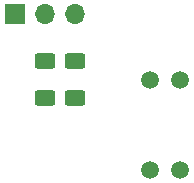
<source format=gbr>
%TF.GenerationSoftware,KiCad,Pcbnew,8.0.3*%
%TF.CreationDate,2024-06-20T22:57:57-06:00*%
%TF.ProjectId,Sensor,53656e73-6f72-42e6-9b69-6361645f7063,rev?*%
%TF.SameCoordinates,Original*%
%TF.FileFunction,Soldermask,Top*%
%TF.FilePolarity,Negative*%
%FSLAX46Y46*%
G04 Gerber Fmt 4.6, Leading zero omitted, Abs format (unit mm)*
G04 Created by KiCad (PCBNEW 8.0.3) date 2024-06-20 22:57:57*
%MOMM*%
%LPD*%
G01*
G04 APERTURE LIST*
G04 Aperture macros list*
%AMRoundRect*
0 Rectangle with rounded corners*
0 $1 Rounding radius*
0 $2 $3 $4 $5 $6 $7 $8 $9 X,Y pos of 4 corners*
0 Add a 4 corners polygon primitive as box body*
4,1,4,$2,$3,$4,$5,$6,$7,$8,$9,$2,$3,0*
0 Add four circle primitives for the rounded corners*
1,1,$1+$1,$2,$3*
1,1,$1+$1,$4,$5*
1,1,$1+$1,$6,$7*
1,1,$1+$1,$8,$9*
0 Add four rect primitives between the rounded corners*
20,1,$1+$1,$2,$3,$4,$5,0*
20,1,$1+$1,$4,$5,$6,$7,0*
20,1,$1+$1,$6,$7,$8,$9,0*
20,1,$1+$1,$8,$9,$2,$3,0*%
G04 Aperture macros list end*
%ADD10RoundRect,0.250000X-0.625000X0.400000X-0.625000X-0.400000X0.625000X-0.400000X0.625000X0.400000X0*%
%ADD11C,1.500000*%
%ADD12R,1.700000X1.700000*%
%ADD13O,1.700000X1.700000*%
G04 APERTURE END LIST*
D10*
%TO.C,220\u03A9*%
X144780000Y-93674000D03*
X144780000Y-96774000D03*
%TD*%
%TO.C,10K\u03A9*%
X142240000Y-93674000D03*
X142240000Y-96774000D03*
%TD*%
D11*
%TO.C,OPT1*%
X153737000Y-95247889D03*
X151197000Y-95247889D03*
X151197000Y-102867889D03*
X153737000Y-102867889D03*
%TD*%
D12*
%TO.C,J1*%
X139700000Y-89662000D03*
D13*
X142240000Y-89662000D03*
X144780000Y-89662000D03*
%TD*%
M02*

</source>
